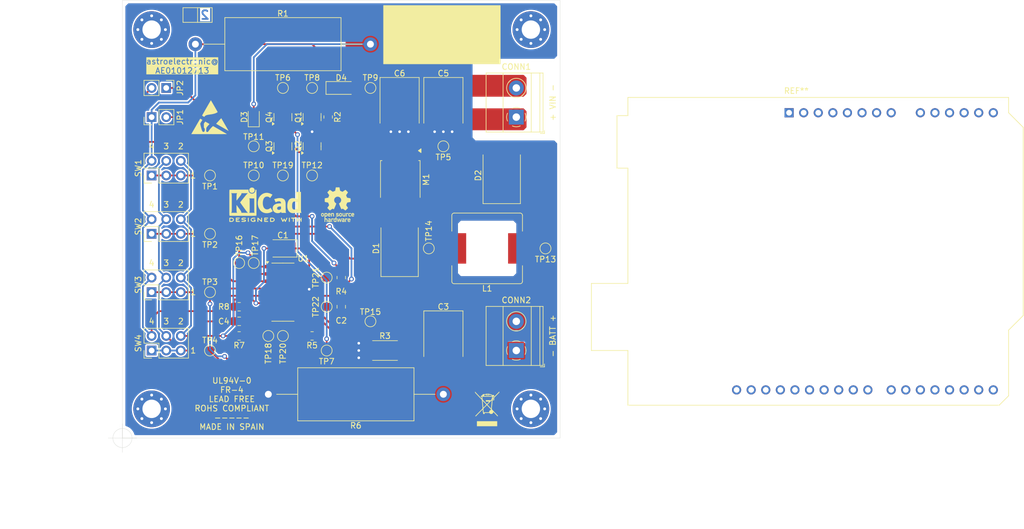
<source format=kicad_pcb>
(kicad_pcb (version 20240108) (generator "pcbnew") (generator_version "8.0")
  (layers (0 "F.Cu" signal) (31 "B.Cu" signal) (34 "B.Paste" user) (35 "F.Paste" user) (36 "B.SilkS" user "B.Silkscreen") (37 "F.SilkS" user "F.Silkscreen") (38 "B.Mask" user) (39 "F.Mask" user) (44 "Edge.Cuts" user))
  (net 0 "")
  (net 1 "GND")
  (net 2 "/BATT+")
  (net 3 "/BATT-")
  (net 4 "/REF")
  (net 5 "/VIN")
  (net 6 "/PGM0")
  (net 7 "/PGM1")
  (net 8 "/PGM2")
  (net 9 "/PGM3")
  (net 10 "/TEMP")
  (net 11 "/CC")
  (net 12 "/V+")
  (net 13 "/DRV")
  (net 14 "/LED")
  (net 15 "/~{FASTCHG}")
  (net 16 "Net-(D1-A)")
  (net 17 "Net-(D2-K)")
  (net 18 "Net-(Q3-B)")
  (net 19 "Net-(Q1-B)")
  (net 20 "Net-(M1-G)")
  (net 21 "Net-(Q3-E)")
  (net 22 "Net-(Q4-E)")
  (footprint "Capacitor_SMD:C_0805_2012Metric" (layer "F.Cu") (at 151.13 110.744 -90)
    (property "Reference" "C2")
    (property "Value" "220pF/50V")
  )
  (footprint "Package_TO_SOT_SMD:SOT-23" (layer "F.Cu") (at 146.05 82.804 90)
    (property "Reference" "Q2")
    (property "Value" "MMBT2907ALT1")
  )
  (footprint "Capacitor_Tantalum_SMD:CP_EIA-7260-38_AVX-R" (layer "F.Cu") (at 168.91 75.184 -90)
    (property "Reference" "C5")
    (property "Value" "10uF/50V")
  )
  (footprint "Package_TO_SOT_SMD:SOT-23" (layer "F.Cu") (at 140.97 82.804 90)
    (property "Reference" "Q3")
    (property "Value" "CMPTA06")
  )
  (footprint "Resistor_SMD:R_0805_2012Metric" (layer "F.Cu") (at 151.13 105.664 -90)
    (property "Reference" "R4")
    (property "Value" "1.5K")
  )
  (footprint "TestPoint:TestPoint_Pad_D1.5mm" (layer "F.Cu") (at 140.97 87.884)
    (property "Reference" "TP19")
    (property "Value" "TestPoint")
  )
  (footprint "MountingHole:MountingHole_3.2mm_M3_Pad_Via" (layer "F.Cu") (at 184.15 128.524)
    (property "Reference" "H3" (hide yes))
    (property "Value" "M3" (hide yes))
  )
  (footprint "Symbol:ESD-Logo_6.6x6mm_SilkScreen" (layer "F.Cu") (at 128.27 77.724)
    (property "Reference" "LOGO1" (hide yes))
    (property "Value" "SYM_ESD_Small" (hide yes))
  )
  (footprint "TestPoint:TestPoint_Pad_D1.5mm" (layer "F.Cu") (at 135.89 87.884)
    (property "Reference" "TP10")
    (property "Value" "TestPoint")
  )
  (footprint "Package_TO_SOT_SMD:TO-252-2" (layer "F.Cu") (at 161.411 88.606 -90)
    (property "Reference" "M1")
    (property "Value" "IRFR9024")
  )
  (footprint "TestPoint:TestPoint_Pad_D1.5mm" (layer "F.Cu") (at 156.21 113.284)
    (property "Reference" "TP15")
    (property "Value" "TestPoint")
  )
  (footprint "MountingHole:MountingHole_3.2mm_M3_Pad_Via" (layer "F.Cu") (at 118.11 62.484)
    (property "Reference" "H1" (hide yes))
    (property "Value" "M3" (hide yes))
  )
  (footprint "Inductor_SMD:L_Bourns_SRR1210A" (layer "F.Cu") (at 176.53 100.584 180)
    (property "Reference" "L1")
    (property "Value" "220uH/1.7A")
  )
  (footprint "TestPoint:TestPoint_Pad_D1.5mm" (layer "F.Cu") (at 186.69 100.584)
    (property "Reference" "TP13")
    (property "Value" "TestPoint")
  )
  (footprint "MountingHole:MountingHole_3.2mm_M3_Pad_Via" (layer "F.Cu") (at 184.15 62.484)
    (property "Reference" "H4" (hide yes))
    (property "Value" "M3" (hide yes))
  )
  (footprint "Fiducial:Fiducial_1mm_Mask2mm" (layer "F.Cu") (at 180.594 124.714)
    (property "Reference" "FID3" (hide yes))
    (property "Value" "Fiducial" (hide yes))
  )
  (footprint "TestPoint:TestPoint_Pad_D1.5mm" (layer "F.Cu") (at 135.89 103.124)
    (property "Reference" "TP17")
    (property "Value" "TestPoint")
  )
  (footprint "Capacitor_Tantalum_SMD:CP_EIA-7260-38_AVX-R" (layer "F.Cu") (at 161.29 75.184 -90)
    (property "Reference" "C6")
    (property "Value" "10uF/50V")
  )
  (footprint "Resistor_SMD:R_2512_6332Metric" (layer "F.Cu") (at 158.75 118.364 180)
    (property "Reference" "R3")
    (property "Value" "0.25R")
  )
  (footprint "LED_SMD:LED_0805_2012Metric" (layer "F.Cu") (at 135.89 77.724 90)
    (property "Reference" "D3")
    (property "Value" "RED")
  )
  (footprint "Diode_SMD:D_SMC" (layer "F.Cu") (at 161.29 100.584 90)
    (property "Reference" "D1")
    (property "Value" "MBRS340T3")
  )
  (footprint "Diode_SMD:D_MiniMELF" (layer "F.Cu") (at 151.13 72.644)
    (property "Reference" "D4")
    (property "Value" "CCLHM080")
  )
  (footprint "Resistor_SMD:R_0805_2012Metric" (layer "F.Cu") (at 148.844 77.7005 -90)
    (property "Reference" "R2")
    (property "Value" "5.1K")
  )
  (footprint "TestPoint:TestPoint_Pad_D1.5mm" (layer "F.Cu") (at 146.05 72.644)
    (property "Reference" "TP8")
    (property "Value" "TestPoint")
  )
  (footprint "Package_SO:SOIC-16_3.9x9.9mm_P1.27mm" (layer "F.Cu") (at 140.97 108.204)
    (property "Reference" "U1")
    (property "Value" "MAX713CSE")
  )
  (footprint "TestPoint:TestPoint_Pad_D1.5mm" (layer "F.Cu") (at 138.43 115.824 90)
    (property "Reference" "TP18")
    (property "Value" "TestPoint")
  )
  (footprint "Fiducial:Fiducial_1mm_Mask2mm" (layer "F.Cu") (at 123.19 131.064)
    (property "Reference" "FID1" (hide yes))
    (property "Value" "Fiducial" (hide yes))
  )
  (footprint "TestPoint:TestPoint_Pad_D1.5mm" (layer "F.Cu") (at 156.21 72.644)
    (property "Reference" "TP9")
    (property "Value" "TestPoint")
  )
  (footprint "Capacitor_SMD:C_0805_2012Metric" (layer "F.Cu") (at 133.35 113.284 180)
    (property "Reference" "C4")
    (property "Value" "100nF/50V")
  )
  (footprint "TestPoint:TestPoint_Pad_D1.5mm" (layer "F.Cu") (at 148.59 118.364 -90)
    (property "Reference" "TP7")
    (property "Value" "TestPoint")
  )
  (footprint "Connector_PinHeader_2.54mm:PinHeader_1x02_P2.54mm_Vertical" (layer "F.Cu") (at 118.11 77.724 90)
    (property "Reference" "JP1")
    (property "Value" "Jumper")
  )
  (footprint "TestPoint:TestPoint_Pad_D1.5mm" (layer "F.Cu") (at 148.59 110.744 90)
    (property "Reference" "TP22")
    (property "Value" "TestPoint")
  )
  (footprint "Package_TO_SOT_SMD:SOT-23" (layer "F.Cu") (at 140.97 77.724 90)
    (property "Reference" "Q4")
    (property "Value" "CMPTA06")
  )
  (footprint "MountingHole:MountingHole_3.2mm_M3_Pad_Via" (layer "F.Cu") (at 118.11 128.524)
    (property "Reference" "H2" (hide yes))
    (property "Value" "M3" (hide yes))
  )
  (footprint "TerminalBlock_Phoenix:TerminalBlock_Phoenix_MKDS-1,5-2-5.08_1x02_P5.08mm_Horizontal" (layer "F.Cu") (at 181.61 118.364 90)
    (property "Reference" "CONN2")
    (property "Value" "BATT")
  )
  (footprint "Connector_PinHeader_2.54mm:PinHeader_2x03_P2.54mm_Vertical" (layer "F.Cu") (at 118.11 108.204 90)
    (property "Reference" "SW3")
    (property "Value" "SW3")
  )
  (footprint "Connector_PinHeader_2.54mm:PinHeader_1x02_P2.54mm_Vertical" (layer "F.Cu") (at 120.65 72.644 -90)
    (property "Reference" "JP2")
    (property "Value" "Jumper")
  )
  (footprint "Diode_SMD:D_SMC" (layer "F.Cu") (at 179.07 87.884 90)
    (property "Reference" "D2")
    (property "Value" "MBRS340T3")
  )
  (footprint "TestPoint:TestPoint_Pad_D1.5mm" (layer "F.Cu") (at 140.97 115.824 -90)
    (property "Reference" "TP20")
    (property "Value" "TestPoint")
  )
  (footprint "Connector_PinHeader_2.54mm:PinHeader_2x03_P2.54mm_Vertical" (layer "F.Cu") (at 118.11 98.044 90)
    (property "Reference" "SW2")
    (property "Value" "SW2")
  )
  (footprint "TestPoint:TestPoint_Pad_D1.5mm" (layer "F.Cu") (at 128.27 98.044 180)
    (property "Reference" "TP2")
    (property "Value" "TestPoint")
  )
  (footprint "TestPoint:TestPoint_Pad_D1.5mm" (layer "F.Cu") (at 166.37 100.584 -90)
    (property "Reference" "TP14")
    (property "Value" "TestPoint")
  )
  (footprint "Resistor_SMD:R_0805_2012Metric" (layer "F.Cu") (at 146.05 115.824)
    (property "Reference" "R5")
    (property "Value" "470R")
  )
  (footprint "TestPoint:TestPoint_Pad_D1.5mm" (layer "F.Cu") (at 133.35 103.124 180)
    (property "Reference" "TP16")
    (property "Value" "TestPoint")
  )
  (footprint "TestPoint:TestPoint_Pad_D1.5mm" (layer "F.Cu") (at 135.89 82.804)
    (property "Reference" "TP11")
    (property "Value" "TestPoint")
  )
  (footprint "Resistor_SMD:R_0805_2012Metric" (layer "F.Cu") (at 133.35 115.824)
    (property "Reference" "R7")
    (property "Value" "68.1K")
  )
  (footprint "Fiducial:Fiducial_1mm_Mask2mm" (layer "F.Cu") (at 115.57 67.564)
    (property "Reference" "FID2" (hide yes))
    (property "Value" "Fiducial" (hide yes))
  )
  (footprint "Connector_PinHeader_2.54mm:PinHeader_2x03_P2.54mm_Vertical" (layer "F.Cu") (at 118.11 87.884 90)
    (property "Reference" "SW1")
    (property "Value" "SW1")
  )
  (footprint "Capacitor_Tantalum_SMD:CP_EIA-3528-21_Kemet-B" (layer "F.Cu") (at 140.97 100.584 180)
    (property "Reference" "C1")
    (property "Value" "1uF/10V")
  )
  (footprint "TestPoint:TestPoint_Pad_D1.5mm" (layer "F.Cu") (at 128.27 87.884 180)
    (property "Reference" "TP1")
    (property "Value" "TestPoint")
  )
  (footprint "TerminalBlock_Phoenix:TerminalBlock_Phoenix_MKDS-1,5-2-5.08_1x02_P5.08mm_Horizontal" (layer "F.Cu") (at 181.61 77.724 90)
    (property "Reference" "CONN1")
    (property "Value" "VIN")
  )
  (footprint "TestPoint:TestPoint_Pad_D1.5mm" (layer "F.Cu") (at 128.27 108.204)
    (property "Reference" "TP3")
    (property "Value" "TestPoint")
  )
  (footprint "Capacitor_Tantalum_SMD:CP_EIA-7260-38_AVX-R" (layer "F.Cu") (at 168.91 115.824 -90)
    (property "Reference" "C3")
    (property "Value" "10uF/50V")
  )
  (footprint "TestPoint:TestPoint_Pad_D1.5mm" (layer "F.Cu") (at 168.91 82.804 180)
    (property "Reference" "TP5")
    (property "Value" "TestPoint")
  )
  (footprint "Symbol:KiCad-Logo2_5mm_SilkScreen" (layer "F.Cu") (at 137.922 92.964)
    (property "Reference" "LOGO4" (hide yes))
    (property "Value" "KICAD" (hide yes))
  )
  (footprint "Symbol:WEEE-Logo_4.2x6mm_SilkScreen" (layer "F.Cu") (at 176.53 128.524)
    (property "Reference" "LOGO3" (hide yes))
    (property "Value" "WEEE" (hide yes))
  )
  (footprint "TestPoint:TestPoint_Pad_D1.5mm" (layer "F.Cu") (at 128.27 118.364)
    (property "Reference" "TP4")
    (property "Value" "TestPoint")
  )
  (footprint "Symbol:OSHW-Logo_5.7x6mm_SilkScreen" (layer "F.Cu") (at 150.495 92.964)
    (property "Reference" "LOGO2" (hide yes))
    (property "Value" "Logo_Open_Hardware_Small" (hide yes))
  )
  (footprint "Resistor_THT:R_Axial_DIN0922_L20.0mm_D9.0mm_P30.48mm_Horizontal" (layer "F.Cu") (at 156.21 65.024 180)
    (property "Reference" "R1")
    (property "Value" "DNP")
  )
  (footprint "TestPoint:TestPoint_Pad_D1.5mm" (layer "F.Cu") (at 146.05 87.884)
    (property "Reference" "TP12")
    (property "Value" "TestPoint")
  )
  (footprint "Resistor_SMD:R_0805_2012Metric" (layer "F.Cu") (at 133.35 110.744 180)
    (property "Reference" "R8")
    (property "Value" "22.1K")
  )
  (footprint "TestPoint:TestPoint_Pad_D1.5mm" (layer "F.Cu") (at 148.59 105.664 90)
    (property "Reference" "TP21")
    (property "Value" "TestPoint")
  )
  (footprint "TestPoint:TestPoint_Pad_D1.5mm" (layer "F.Cu") (at 140.97 72.644)
    (property "Reference" "TP6")
    (property "Value" "TestPoint")
  )
  (footprint "Resistor_THT:R_Axial_DIN0922_L20.0mm_D9.0mm_P30.48mm_Horizontal" (layer "F.Cu") (at 168.91 125.984 180)
    (property "Reference" "R6")
    (property "Value" "DNP")
  )
  (footprint "Connector_PinHeader_2.54mm:PinHeader_2x03_P2.54mm_Vertical" (layer "F.Cu") (at 118.11 118.364 90)
    (property "Reference" "SW4")
    (property "Value" "SW4")
  )
  (footprint "Module:Arduino_UNO_R3_WithMountingHoles" (layer "F.Cu") (at 229.108 76.962)
    (property "Reference" "REF**")
    (property "Value" "Arduino_UNO_R3_WithMountingHoles")
  )
  (footprint "Package_TO_SOT_SMD:SOT-23" (layer "F.Cu") (at 146.05 77.724 90)
    (property "Reference" "Q1")
    (property "Value" "CMPTA06")
  )
  (gr_line (start 126.111 58.674) (end 126.111 61.214) (stroke (width 0.12)) (layer "F.SilkS"))
  (gr_line (start 126.111 61.214) (end 123.571 61.214) (stroke (width 0.12)) (layer "F.SilkS"))
  (gr_line (start 128.651 61.214) (end 128.651 58.674) (stroke (width 0.12)) (layer "F.SilkS"))
  (gr_poly (pts (xy 178.816 68.453) (xy 158.496 68.453) (xy 158.496 58.293) (xy 178.816 58.293)) (stroke (width 0.1)) (fill solid) (layer "F.SilkS"))
  (gr_line (start 126.111 61.214) (end 128.651 61.214) (stroke (width 0.12)) (layer "F.SilkS"))
  (gr_line (start 123.571 58.674) (end 126.111 58.674) (stroke (width 0.12)) (layer "F.SilkS"))
  (gr_line (start 128.651 58.674) (end 126.111 58.674) (stroke (width 0.12)) (layer "F.SilkS"))
  (gr_line (start 123.571 61.214) (end 123.571 58.674) (stroke (width 0.12)) (layer "F.SilkS"))
  (gr_line (start 189.23 57.404) (end 113.03 57.404) (stroke (width 0.05)) (layer "Edge.Cuts"))
  (gr_line (start 113.03 133.604) (end 189.23 133.604) (stroke (width 0.05)) (layer "Edge.Cuts"))
  (gr_line (start 113.03 57.404) (end 113.03 133.604) (stroke (width 0.05)) (layer "Edge.Cuts"))
  (gr_line (start 189.23 133.604) (end 189.23 57.404) (stroke (width 0.05)) (layer "Edge.Cuts"))
  (gr_text "1" (at 124.841 59.944 0) (layer "F.Cu") (effects (font (size 1.5 1.5) (thickness 0.3))))
  (gr_text "2" (at 127.381 59.944 0) (layer "B.Cu") (effects (font (size 1.5 1.5) (thickness 0.3)) (justify mirror)))
  (gr_text "2" (at 123.19 82.804 0) (layer "F.SilkS") (effects (font (size 1 1))))
  (gr_text "1" (at 125.349 87.884 0) (layer "F.SilkS") (effects (font (size 1 1))))
  (gr_text "2" (at 123.19 113.284 0) (layer "F.SilkS") (effects (font (size 1 1))))
  (gr_text "3" (at 120.65 92.964 0) (layer "F.SilkS") (effects (font (size 1 1))))
  (gr_text "UL94V-0\nFR-4\nLEAD FREE\nROHS COMPLIANT\n-----\nMADE IN SPAIN" (at 132.08 127.635 0) (layer "F.SilkS") (effects (font (size 1 1))))
  (gr_text "1" (at 125.349 118.364 0) (layer "F.SilkS") (effects (font (size 1 1))))
  (gr_text "2" (at 123.19 92.964 0) (layer "F.SilkS") (effects (font (size 1 1))))
  (gr_text "4" (at 118.11 82.804 0) (layer "F.SilkS") (effects (font (size 1 1))))
  (gr_text "- BATT +" (at 187.96 115.824 90) (layer "F.SilkS") (effects (font (size 1 1))))
  (gr_text "3" (at 120.65 82.804 0) (layer "F.SilkS") (effects (font (size 1 1))))
  (gr_text "3" (at 120.65 103.124 0) (layer "F.SilkS") (effects (font (size 1 1))))
  (gr_text "1" (at 125.349 98.044 0) (layer "F.SilkS") (effects (font (size 1 1))))
  (gr_text "1" (at 125.349 108.204 0) (layer "F.SilkS") (effects (font (size 1 1))))
  (gr_text "4" (at 118.11 113.284 0) (layer "F.SilkS") (effects (font (size 1 1))))
  (gr_text "4" (at 118.11 103.124 0) (layer "F.SilkS") (effects (font (size 1 1))))
  (gr_text "2" (at 123.19 103.124 0) (layer "F.SilkS") (effects (font (size 1 1))))
  (gr_text "astroelectronic@\nAE01012713" (at 123.444 68.834 0) (layer "F.SilkS" knockout) (effects (font (size 1 1))))
  (gr_text "3" (at 120.65 113.284 0) (layer "F.SilkS") (effects (font (size 1 1))))
  (gr_text "+ VIN -" (at 187.96 75.184 90) (layer "F.SilkS") (effects (font (size 1 1))))
  (gr_text "4" (at 118.11 92.964 0) (layer "F.SilkS") (effects (font (size 1 1))))
  (target plus (at 113.03 133.604) (size 5) (width 0.05) (layer "Edge.Cuts"))
  (segment (start 145.415 107.569) (end 145.542 107.696) (width 0.3048) (layer "F.Cu") (net 1))
  (segment (start 143.445 107.569) (end 145.415 107.569) (width 0.3048) (layer "F.Cu") (net 1))
  (segment (start 146.05 81.804) (end 146.05 80.264) (width 0.3048) (layer "F.Cu") (net 1))
  (via (at 146.05 80.264) (size 0.8128) (drill 0.4572) (layers "F.Cu" "B.Cu") (net 1))
  (via (at 162.814 80.264) (size 0.8128) (drill 0.4572) (layers "F.Cu" "B.Cu") (net 1))
  (via (at 168.91 80.264) (size 0.8128) (drill 0.4572) (layers "F.Cu" "B.Cu") (net 1))
  (via (at 159.766 80.264) (size 0.8128) (drill 0.4572) (layers "F.Cu" "B.Cu") (net 1))
  (via (at 154.178 119.634) (size 0.8128) (drill 0.4572) (layers "F.Cu" "B.Cu") (net 1))
  (via (at 167.386 80.264) (size 0.8128) (drill 0.4572) (layers "F.Cu" "B.Cu") (net 1))
  (via (at 170.434 80.264) (size 0.8128) (drill 0.4572) (layers "F.Cu" "B.Cu") (net 1))
  (via (at 161.29 80.264) (size 0.8128) (drill 0.4572) (layers "F.Cu" "B.Cu") (net 1))
  (via (at 145.542 107.696) (size 0.8128) (drill 0.4572) (layers "F.Cu" "B.Cu") (net 1))
  (via (at 154.178 118.364) (size 0.8128) (drill 0.4572) (layers "F.Cu" "B.Cu") (net 1))
  (via (at 154.178 117.094) (size 0.8128) (drill 0.4572) (layers "F.Cu" "B.Cu") (net 1))
  (segment (start 133.35 103.124) (end 133.35 100.838) (width 0.3048) (layer "F.Cu") (net 2))
  (segment (start 133.35 104.648) (end 133.35 103.124) (width 0.3048) (layer "F.Cu") (net 2))
  (segment (start 138.495 105.029) (end 133.731 105.029) (width 0.3048) (layer "F.Cu") (net 2))
  (segment (start 168.6 113.284) (end 168.91 112.974) (width 0.25) (layer "F.Cu") (net 2))
  (segment (start 133.35 100.838) (end 136.144 98.044) (width 0.3048) (layer "F.Cu") (net 2))
  (segment (start 148.336 98.044) (end 152.654 102.362) (width 0.3048) (layer "F.Cu") (net 2))
  (segment (start 152.654 102.362) (end 159.668 102.362) (width 0.3048) (layer "F.Cu") (net 2))
  (segment (start 133.731 105.029) (end 133.35 104.648) (width 0.3048) (layer "F.Cu") (net 2))
  (segment (start 136.144 98.044) (end 148.336 98.044) (width 0.3048) (layer "F.Cu") (net 2))
  (segment (start 159.668 102.362) (end 161.29 103.984) (width 0.3048) (layer "F.Cu") (net 2))
  (segment (start 151.13 109.794) (end 155.006 109.794) (width 0.3048) (layer "F.Cu") (net 3))
  (segment (start 156.21 114.554) (end 157.48 115.824) (width 0.3048) (layer "F.Cu") (net 3))
  (segment (start 136.271 110.109) (end 135.636 109.474) (width 0.3048) (layer "F.Cu") (net 3))
  (segment (start 127.254 113.284) (end 124.714 115.824) (width 0.3048) (layer "F.Cu") (net 3))
  (segment (start 132.4 113.284) (end 132.4 110.7815) (width 0.3048) (layer "F.Cu") (net 3))
  (segment (start 159.1725 115.824) (end 161.7125 118.364) (width 0.3048) (layer "F.Cu") (net 3))
  (segment (start 138.495 110.109) (end 140.335 110.109) (width 0.3048) (layer "F.Cu") (net 3))
  (segment (start 135.636 109.474) (end 132.588 109.474) (width 0.3048) (layer "F.Cu") (net 3))
  (segment (start 132.588 109.474) (end 132.4375 109.6245) (width 0.3048) (layer "F.Cu") (net 3))
  (segment (start 155.006 109.794) (end 156.21 110.998) (width 0.3048) (layer "F.Cu") (net 3))
  (segment (start 124.714 115.824) (end 123.19 115.824) (width 0.3048) (layer "F.Cu") (net 3))
  (segment (start 141.605 108.839) (end 143.445 108.839) (width 0.3048) (layer "F.Cu") (net 3))
  (segment (start 132.4 113.284) (end 127.254 113.284) (width 0.3048) (layer "F.Cu") (net 3))
  (segment (start 143.445 108.839) (end 150.175 108.839) (width 0.3048) (layer "F.Cu") (net 3))
  (segment (start 137.668 100.584) (end 139.4325 100.584) (width 0.3048) (layer "F.Cu") (net 3))
  (segment (start 132.4 110.7815) (end 132.4375 110.744) (width 0.3048) (layer "F.Cu") (net 3))
  (segment (start 132.4375 109.6245) (end 132.4375 110.744) (width 0.3048) (layer "F.Cu") (net 3))
  (segment (start 156.21 113.284) (end 156.21 114.554) (width 0.3048) (layer "F.Cu") (net 3))
  (segment (start 156.21 110.998) (end 156.21 113.284) (width 0.3048) (layer "F.Cu") (net 3))
  (segment (start 157.48 115.824) (end 159.1725 115.824) (width 0.3048) (layer "F.Cu") (net 3))
  (segment (start 138.495 110.109) (end 136.271 110.109) (width 0.3048) (layer "F.Cu") (net 3))
  (segment (start 140.335 110.109) (end 141.605 108.839) (width 0.3048) (layer "F.Cu") (net 3))
  (segment (start 150.175 108.839) (end 151.13 109.794) (width 0.3048) (layer "F.Cu") (net 3))
  (via (at 137.668 100.584) (size 0.8128) (drill 0.4572) (layers "F.Cu" "B.Cu") (net 3))
  (via (at 136.271 110.109) (size 0.8128) (drill 0.4572) (layers "F.Cu" "B.Cu") (net 3))
  (segment (start 124.968 114.046) (end 124.968 107.442) (width 0.3048) (layer "B.Cu") (net 3))
  (segment (start 123.19 95.504) (end 124.968 97.282) (width 0.3048) (layer "B.Cu") (net 3))
  (segment (start 124.968 97.282) (end 124.968 103.886) (width 0.3048) (layer "B.Cu") (net 3))
  (segment (start 124.968 93.726) (end 124.968 87.122) (width 0.3048) (layer "B.Cu") (net 3))
  (segment (start 123.19 95.504) (end 124.968 93.726) (width 0.3048) (layer "B.Cu") (net 3))
  (segment (start 124.968 107.442) (end 123.19 105.664) (width 0.3048) (layer "B.Cu") (net 3))
  (segment (start 124.968 103.886) (end 123.19 105.664) (width 0.3048) (layer "B.Cu") (net 3))
  (segment (start 123.19 115.824) (end 124.968 114.046) (width 0.3048) (layer "B.Cu") (net 3))
  (segment (start 136.271 107.823) (end 137.668 106.426) (width 0.3048) (layer "B.Cu") (net 3))
  (segment (start 124.968 87.122) (end 123.19 85.344) (width 0.3048) (layer "B.Cu") (net 3))
  (segment (start 137.668 106.426) (end 137.668 100.584) (width 0.3048) (layer "B.Cu") (net 3))
  (segment (start 136.271 110.109) (end 136.271 107.823) (width 0.3048) (layer "B.Cu") (net 3))
  (segment (start 135.89 103.124) (end 135.89 102.362) (width 0.3048) (layer "F.Cu") (net 4))
  (segment (start 121.92 117.094) (end 126.238 117.094) (width 0.3048) (layer "F.Cu") (net 4))
  (segment (start 138.495 103.759) (end 136.525 103.759) (width 0.3048) (layer "F.Cu") (net 4))
  (segment (start 127.508 115.824) (end 130.556 115.824) (width 0.3048) (layer "F.Cu") (net 4))
  (segment (start 130.556 115.824) (end 132.4375 115.824) (width 0.3048) (layer "F.Cu") (net 4))
  (segment (start 135.89 102.362) (end 134.874 101.346) (width 0.3048) (layer "F.Cu") (net 4))
  (segment (start 136.525 103.759) (end 135.89 103.124) (width 0.3048) (layer "F.Cu") (net 4))
  (segment (start 126.238 117.094) (end 127.508 115.824) (width 0.3048) (layer "F.Cu") (net 4))
  (segment (start 120.65 115.824) (end 121.92 117.094) (width 0.3048) (layer "F.Cu") (net 4))
  (segment (start 143.445 103.759) (end 138.495 103.759) (width 0.3048) (layer "F.Cu") (net 4))
  (segment (start 132.4375 115.1465) (end 134.3 113.284) (width 0.3048) (layer "F.Cu") (net 4))
  (segment (start 132.4375 115.824) (end 132.4375 115.1465) (width 0.3048) (layer "F.Cu") (net 4))
  (via (at 134.874 101.346) (size 0.8128) (drill 0.4572) (layers "F.Cu" "B.Cu") (net 4))
  (via (at 130.556 115.824) (size 0.8128) (drill 0.4572) (layers "F.Cu" "B.Cu") (net 4))
  (segment (start 119.38 104.394) (end 120.65 105.664) (width 0.3048) (layer "B.Cu") (net 4))
  (segment (start 119.38 94.234) (end 120.65 95.504) (width 0.3048) (layer "B.Cu") (net 4))
  (segment (start 119.38 86.614) (end 119.38 94.234) (width 0.3048) (layer "B.Cu") (net 4))
  (segment (start 133.35 101.346) (end 134.874 101.346) (width 0.3048) (layer "B.Cu") (net 4))
  (segment (start 132.334 114.046) (end 132.334 102.362) (width 0.3048) (layer "B.Cu") (net 4))
  (segment (start 120.65 105.664) (end 119.38 106.934) (width 0.3048) (layer "B.Cu") (net 4))
  (segment (start 119.38 106.934) (end 119.38 114.554) (width 0.3048) (layer "B.Cu") (net 4))
  (segment (start 132.334 102.362) (end 133.35 101.346) (width 0.3048) (layer "B.Cu") (net 4))
  (segment (start 119.38 114.554) (end 120.65 115.824) (width 0.3048) (layer "B.Cu") (net 4))
  (segment (start 119.38 96.774) (end 119.38 104.394) (width 0.3048) (layer "B.Cu") (net 4))
  (segment (start 120.65 95.504) (end 119.38 96.774) (width 0.3048) (layer "B.Cu") (net 4))
  (segment (start 120.65 85.344) (end 119.38 86.614) (width 0.3048) (layer "B.Cu") (net 4))
  (segment (start 130.556 115.824) (end 132.334 114.046) (width 0.3048) (layer "B.Cu") (net 4))
  (segment (start 146.05 75.438) (end 146.558 74.93) (width 0.3048) (layer "F.Cu") (net 5))
  (segment (start 152.88 75.927) (end 152.019 76.788) (width 0.3048) (layer "F.Cu") (net 5))
  (segment (start 135.89 76.7865) (end 135.89 75.438) (width 0.3048) (layer "F.Cu") (net 5))
  (segment (start 148.844 75.438) (end 148.844 76.788) (width 0.3048) (layer "F.Cu") (net 5))
  (segment (start 148.336 74.93) (end 148.844 75.438) (width 0.3048) (layer "F.Cu") (net 5))
  (segment (start 152.88 72.644) (end 152.88 75.927) (width 0.3048) (layer "F.Cu") (net 5))
  (segment (start 148.844 76.788) (end 152.019 76.788) (width 0.3048) (layer "F.Cu") (net 5))
  (segment (start 146.05 76.724) (end 146.05 75.438) (width 0.3048) (layer "F.Cu") (net 5))
  (segment (start 146.558 74.93) (end 148.336 74.93) (width 0.3048) (layer "F.Cu") (net 5))
  (via (at 135.89 75.438) (size 0.8128) (drill 0.4572) (layers "F.Cu" "B.Cu") (net 5))
  (segment (start 135.89 67.31) (end 135.89 75.438) (width 0.3048) (layer "B.Cu") (net 5))
  (segment (start 138.176 65.024) (end 135.89 67.31) (width 0.3048) (layer "B.Cu") (net 5))
  (segment (start 156.21 65.024) (end 138.176 65.024) (width 0.3048) (layer "B.Cu") (net 5))
  (segment (start 130.556 90.17) (end 128.27 87.884) (width 0.3048) (layer "F.Cu") (net 6))
  (segment (start 138.495 106.299) (end 132.207 106.299) (width 0.3048) (layer "F.Cu") (net 6))
  (segment (start 132.207 106.299) (end 130.556 104.648) (width 0.3048) (layer "F.Cu") (net 6))
  (segment (start 130.556 104.648) (end 130.556 90.17) (width 0.3048) (layer "F.Cu") (net 6))
  (segment (start 118.11 87.884) (end 128.27 87.884) (width 0.3048) (layer "F.Cu") (net 6))
  (segment (start 129.54 100.37466) (end 128.27 99.10466) (width 0.3048) (layer "F.Cu") (net 7))
  (segment (start 138.495 107.569) (end 131.85288 107.569) (width 0.3048) (layer "F.Cu") (net 7))
  (segment (start 128.27 99.10466) (end 128.27 98.044) (width 0.3048) (layer "F.Cu") (net 7))
  (segment (start 128.27 98.044) (end 123.19 98.044) (width 0.3048) (layer "F.Cu") (net 7))
  (segment (start 129.54 105.25612) (end 129.54 100.37466) (width 0.3048) (layer "F.Cu") (net 7))
  (segment (start 123.19 98.044) (end 120.65 98.044) (width 0.3048) (layer "F.Cu") (net 7))
  (segment (start 120.65 98.044) (end 118.11 98.044) (width 0.3048) (layer "F.Cu") (net 7))
  (segment (start 131.85288 107.569) (end 129.54 105.25612) (width 0.3048) (layer "F.Cu") (net 7))
  (segment (start 149.352 119.888) (end 150.114 119.126) (width 0.3048) (layer "F.Cu") (net 8))
  (segment (start 150.114 115.57) (end 147.193 112.649) (width 0.3048) (layer "F.Cu") (net 8))
  (segment (start 132.842 119.888) (end 131.318 119.888) (width 0.3048) (layer "F.Cu") (net 8))
  (segment (start 123.19 108.204) (end 120.65 108.204) (width 0.3048) (layer "F.Cu") (net 8))
  (segment (start 131.318 119.888) (end 130.81 119.38) (width 0.3048) (layer "F.Cu") (net 8))
  (segment (start 147.193 112.649) (end 143.445 112.649) (width 0.3048) (layer "F.Cu") (net 8))
  (segment (start 120.65 108.204) (end 118.11 108.204) (width 0.3048) (layer "F.Cu") (net 8))
  (segment (start 132.842 119.888) (end 149.352 119.888) (width 0.3048) (layer "F.Cu") (net 8))
  (segment (start 128.27 108.204) (end 123.19 108.204) (width 0.3048) (layer "F.Cu") (net 8))
  (segment (start 150.114 119.126) (end 150.114 115.57) (width 0.3048) (layer "F.Cu") (net 8))
  (segment (start 128.27 108.204) (end 128.27 110.236) (width 0.3048) (layer "F.Cu") (net 8))
  (via (at 130.81 119.38) (size 0.8128) (drill 0.4572) (layers "F.Cu" "B.Cu") (net 8))
  (via (at 128.27 110.236) (size 0.8128) (drill 0.4572) (layers "F.Cu" "B.Cu") (net 8))
  (segment (start 128.27 118.11) (end 128.27 110.236) (width 0.3048) (layer "B.Cu") (net 8))
  (segment (start 129.54 119.38) (end 128.27 118.11) (width 0.3048) (layer "B.Cu") (net 8))
  (segment (start 130.81 119.38) (end 129.54 119.38) (width 0.3048) (layer "B.Cu") (net 8))
  (segment (start 150.876 115.316) (end 146.939 111.379) (width 0.3048) (layer "F.Cu") (net 9))
  (segment (start 130.556 120.65) (end 149.606 120.65) (width 0.3048) (layer "F.Cu") (net 9))
  (segment (start 150.876 119.38) (end 150.876 115.316) (width 0.3048) (layer "F.Cu") (net 9))
  (segment (start 146.939 111.379) (end 143.445 111.379) (width 0.3048) (layer "F.Cu") (net 9))
  (segment (start 128.27 118.364) (end 130.556 120.65) (width 0.3048) (layer "F.Cu") (net 9))
  (segment (start 149.606 120.65) (end 150.876 119.38) (width 0.3048) (layer "F.Cu") (net 9))
  (segment (start 128.27 118.364) (end 123.19 118.364) (width 0.3048) (layer "F.Cu") (net 9))
  (segment (start 123.19 118.364) (end 120.65 118.364) (width 0.3048) (layer "B.Cu") (net 9))
  (segment (start 120.65 118.364) (end 118.11 118.364) (width 0.3048) (layer "B.Cu") (net 9))
  (segment (start 136.271 111.379) (end 135.636 110.744) (width 0.25) (layer "F.Cu") (net 10))
  (segment (start 134.62 110.744) (end 136.779 112.903) (width 0.25) (layer "F.Cu") (net 10))
  (segment (start 136.779 112.903) (end 136.779 114.173) (width 0.25) (layer "F.Cu") (net 10))
  (segment (start 138.43 115.824) (end 136.779 114.173) (width 0.25) (layer "F.Cu") (net 10))
  (segment (start 134.2625 110.744) (end 134.62 110.744) (width 0.25) (layer "F.Cu") (net 10))
  (segment (start 138.43 115.824) (end 134.2625 115.824) (width 0.25) (layer "F.Cu") (net 10))
  (segment (start 138.495 111.379) (end 136.271 111.379) (width 0.25) (layer "F.Cu") (net 10))
  (segment (start 135.636 110.744) (end 134.2625 110.744) (width 0.25) (layer "F.Cu") (net 10))
  (segment (start 147.955 110.109) (end 148.59 110.744) (width 0.3048) (layer "F.Cu") (net 11))
  (segment (start 143.445 110.109) (end 147.955 110.109) (width 0.3048) (layer "F.Cu") (net 11))
  (segment (start 151.13 111.694) (end 149.54 111.694) (width 0.3048) (layer "F.Cu") (net 11))
  (segment (start 149.54 111.694) (end 148.59 110.744) (width 0.3048) (layer "F.Cu") (net 11))
  (segment (start 140.02 78.166) (end 140.462 77.724) (width 0.3048) (layer "F.Cu") (net 12))
  (segment (start 143.51 76.962) (end 143.51 73.406) (width 0.3048) (layer "F.Cu") (net 12))
  (segment (start 142.5075 100.584) (end 144.78 100.584) (width 0.3048) (layer "F.Cu") (net 12))
  (segment (start 140.335 108.839) (end 141.224 107.95) (width 0.3048) (layer "F.Cu") (net 12))
  (segment (start 141.224 105.664) (end 141.859 105.029) (width 0.3048) (layer "F.Cu") (net 12))
  (segment (start 128.778 111.506) (end 131.445 108.839) (width 0.3048) (layer "F.Cu") (net 12))
  (segment (start 145.542 104.648) (end 145.161 105.029) (width 0.3048) (layer "F.Cu") (net 12))
  (segment (start 146.05 65.024) (end 149.38 68.354) (width 0.3048) (layer "F.Cu") (net 12))
  (segment (start 145.542 101.346) (end 145.542 104.648) (width 0.3048) (layer "F.Cu") (net 12))
  (segment (start 125.73 65.024) (end 146.05 65.024) (width 0.3048) (layer "F.Cu") (net 12))
  (segment (start 138.495 108.839) (end 140.335 108.839) (width 0.3048) (layer "F.Cu") (net 12))
  (segment (start 141.224 107.95) (end 141.224 105.664) (width 0.3048) (layer "F.Cu") (net 12))
  (segment (start 143.51 73.406) (end 144.272 72.644) (width 0.3048) (layer "F.Cu") (net 12))
  (segment (start 145.161 105.029) (end 143.445 105.029) (width 0.3048) (layer "F.Cu") (net 12))
  (segment (start 144.78 100.584) (end 145.542 101.346) (width 0.3048) (layer "F.Cu") (net 12))
  (segment (start 140.462 77.724) (end 142.748 77.724) (width 0.3048) (layer "F.Cu") (net 12))
  (segment (start 118.11 115.824) (end 118.11 112.776) (width 0.3048) (layer "F.Cu") (net 12))
  (segment (start 131.445 108.839) (end 138.495 108.839) (width 0.3048) (layer "F.Cu") (net 12))
  (segment (start 144.272 72.644) (end 149.38 72.644) (width 0.3048) (layer "F.Cu") (net 12))
  (segment (start 149.38 68.354) (end 149.38 72.644) (width 0.3048) (layer "F.Cu") (net 12))
  (segment (start 140.02 78.724) (end 140.02 78.166) (width 0.3048) (layer "F.Cu") (net 12))
  (segment (start 141.859 105.029) (end 143.445 105.029) (width 0.3048) (layer "F.Cu") (net 12))
  (segment (start 118.11 112.776) (end 119.38 111.506) (width 0.3048) (layer "F.Cu") (net 12))
  (segment (start 142.748 77.724) (end 143.51 76.962) (width 0.3048) (layer "F.Cu") (net 12))
  (segment (start 119.38 111.506) (end 128.778 111.506) (width 0.3048) (layer "F.Cu") (net 12))
  (segment (start 118.11 77.724) (end 118.11 85.344) (width 0.3048) (layer "B.Cu") (net 12))
  (segment (start 118.11 95.504) (end 116.586 97.028) (width 0.3048) (layer "B.Cu") (net 12))
  (segment (start 125.73 73.914) (end 125.73 65.024) (width 0.3048) (layer "B.Cu") (net 12))
  (segment (start 118.11 77.724) (end 118.11 76.454) (width 0.3048) (layer "B.Cu") (net 12))
  (segment (start 118.11 76.454) (end 119.38 75.184) (width 0.3048) (layer "B.Cu") (net 12))
  (segment (start 119.38 75.184) (end 124.46 75.184) (width 0.3048) (layer "B.Cu") (net 12))
  (segment (start 116.586 114.3) (end 118.11 115.824) (width 0.3048) (layer "B.Cu") (net 12))
  (segment (start 116.586 97.028) (end 116.586 104.14) (width 0.3048) (layer "B.Cu") (net 12))
  (segment (start 116.586 107.188) (end 116.586 114.3) (width 0.3048) (layer "B.Cu") (net 12))
  (segment (start 118.11 105.664) (end 116.586 107.188) (width 0.3048) (layer "B.Cu") (net 12))
  (segment (start 116.586 93.98) (end 118.11 95.504) (width 0.3048) (layer "B.Cu") (net 12))
  (segment (start 118.11 85.344) (end 116.586 86.868) (width 0.3048) (layer "B.Cu") (net 12))
  (segment (start 124.46 75.184) (end 125.73 73.914) (width 0.3048) (layer "B.Cu") (net 12))
  (segment (start 116.586 104.14) (end 118.11 105.664) (width 0.3048) (layer "B.Cu") (net 12))
  (segment (start 116.586 86.868) (end 116.586 93.98) (width 0.3048) (layer "B.Cu") (net 12))
  (segment (start 146.812 105.664) (end 148.59 105.664) (width 0.3048) (layer "F.Cu") (net 13))
  (segment (start 146.177 106.299) (end 146.812 105.664) (width 0.3048) (layer "F.Cu") (net 13))
  (segment (start 115.57 75.184) (end 115.57 80.01) (width 0.3048) (layer "F.Cu") (net 13))
  (segment (start 151.13 106.5765) (end 152.2495 106.5765) (width 0.3048) (layer "F.Cu") (net 13))
  (segment (start 151.13 106.5765) (end 149.5025 106.5765) (width 0.3048) (layer "F.Cu") (net 13))
  (segment (start 143.445 106.299) (end 146.177 106.299) (width 0.3048) (layer "F.Cu") (net 13))
  (segment (start 152.2495 106.5765) (end 152.908 105.918) (width 0.3048) (layer "F.Cu") (net 13))
  (segment (start 117.602 82.042) (end 125.984 82.042) (width 0.3048) (layer "F.Cu") (net 13))
  (segment (start 140.716 96.774) (end 125.984 82.042) (width 0.3048) (layer "F.Cu") (net 13))
  (segment (start 115.57 80.01) (end 117.602 82.042) (width 0.3048) (layer "F.Cu") (net 13))
  (segment (start 149.5025 106.5765) (end 148.59 105.664) (width 0.3048) (layer "F.Cu") (net 13))
  (segment (start 118.11 72.644) (end 115.57 75.184) (width 0.3048) (layer "F.Cu") (net 13))
  (segment (start 149.098 96.774) (end 140.716 96.774) (width 0.3048) (layer "F.Cu") (net 13))
  (via (at 152.908 105.918) (size 0.8128) (drill 0.4572) (layers "F.Cu" "B.Cu") (net 13))
  (via (at 149.098 96.774) (size 0.8128) (drill 0.4572) (layers "F.Cu" "B.Cu") (net 13))
  (segment (start 152.908 105.918) (end 152.908 100.584) (width 0.3048) (layer "B.Cu") (net 13))
  (segment (start 152.908 100.584) (end 149.098 96.774) (width 0.3048) (layer "B.Cu") (net 13))
  (segment (start 140.97 76.724) (end 140.97 74.549) (width 0.3048) (layer "F.Cu") (net 14))
  (segment (start 137.2385 78.6615) (end 137.668 78.232) (width 0.3048) (layer "F.Cu") (net 14))
  (segment (start 137.668 73.152) (end 137.668 77.978) (width 0.3048) (layer "F.Cu") (net 14))
  (segment (start 138.176 72.644) (end 137.668 73.152) (width 0.3048) (layer "F.Cu") (net 14))
  (segment (start 137.668 78.232) (end 137.668 77.978) (width 0.3048) (layer "F.Cu") (net 14))
  (segment (start 140.97 72.644) (end 138.176 72.644) (width 0.3048) (layer "F.Cu") (net 14))
  (segment (start 140.97 76.724) (end 140.97 72.644) (width 0.3048) (layer "F.Cu") (net 14))
  (segment (start 135.89 78.6615) (end 137.2385 78.6615) (width 0.3048) (layer "F.Cu") (net 14))
  (segment (start 138.495 112.649) (end 140.335 112.649) (width 0.25) (layer "F.Cu") (net 15))
  (segment (start 140.335 112.649) (end 140.97 113.284) (width 0.25) (layer "F.Cu") (net 15))
  (segment (start 140.97 113.284) (end 140.97 115.824) (width 0.25) (layer "F.Cu") (net 15))
  (segment (start 145.1375 115.824) (end 140.97 115.824) (width 0.25) (layer "F.Cu") (net 15))
  (segment (start 135.382 87.884) (end 125.222 77.724) (width 0.3048) (layer "F.Cu") (net 18))
  (segment (start 140.02 83.804) (end 140.02 85.344) (width 0.3048) (layer "F.Cu") (net 18))
  (segment (start 120.65 77.724) (end 125.222 77.724) (width 0.3048) (layer "F.Cu") (net 18))
  (segment (start 135.382 87.884) (end 135.89 87.884) (width 0.3048) (layer "F.Cu") (net 18))
  (segment (start 137.48 87.884) (end 135.382 87.884) (width 0.3048) (layer "F.Cu") (net 18))
  (segment (start 135.89 87.884) (end 137.292 87.884) (width 0.3048) (layer "F.Cu") (net 18))
  (segment (start 140.02 85.344) (end 137.48 87.884) (width 0.3048) (layer "F.Cu") (net 18))
  (segment (start 120.65 72.644) (end 123.444 72.644) (width 0.3048) (layer "F.Cu") (net 19))
  (segment (start 143.748 83.804) (end 145.1 83.804) (width 0.3048) (layer "F.Cu") (net 19))
  (segment (start 140.97 81.804) (end 141.748 81.804) (width 0.3048) (layer "F.Cu") (net 19))
  (segment (start 145.1 83.804) (end 145.1 78.724) (width 0.3048) (layer "F.Cu") (net 19))
  (segment (start 136.89 81.804) (end 135.89 82.804) (width 0.3048) (layer "F.Cu") (net 19))
  (segment (start 148.844 78.613) (end 147.955 77.724) (width 0.3048) (layer "F.Cu") (net 19))
  (segment (start 123.444 72.644) (end 133.604 82.804) (width 0.3048) (layer "F.Cu") (net 19))
  (segment (start 141.748 81.804) (end 143.748 83.804) (width 0.3048) (layer "F.Cu") (net 19))
  (segment (start 145.1 78.166) (end 145.1 78.724) (width 0.3048) (layer "F.Cu") (net 19))
  (segment (start 145.542 77.724) (end 145.1 78.166) (width 0.3048) (layer "F.Cu") (net 19))
  (segment (start 147.955 77.724) (end 147.828 77.724) (width 0.3048) (layer "F.Cu") (net 19))
  (segment (start 145.542 77.724) (end 147.828 77.724) (width 0.3048) (layer "F.Cu") (net 19))
  (segment (start 133.604 82.804) (end 135.89 82.804) (width 0.3048) (layer "F.Cu") (net 19))
  (segment (start 140.97 81.804) (end 136.89 81.804) (width 0.3048) (layer "F.Cu") (net 19))
  (segment (start 148.082 87.884) (end 146.05 87.884) (width 0.3048) (layer "F.Cu") (net 20))
  (segment (start 160.274 85.852) (end 150.114 85.852) (width 0.3048) (layer "F.Cu") (net 20))
  (segment (start 146.05 86.36) (end 146.05 87.884) (width 0.3048) (layer "F.Cu") (net 20))
  (segment (start 162.442 83.684) (end 160.274 85.852) (width 0.3048) (layer "F.Cu") (net 20))
  (segment (start 147 83.804) (end 147 85.41) (width 0.3048) (layer "F.Cu") (net 20))
  (segment (start 163.57 83.684) (end 162.442 83.684) (width 0.3048) (layer "F.Cu") (net 20))
  (segment (start 147 83.804) (end 147 78.724) (width 0.3048) (layer "F.Cu") (net 20))
  (segment (start 147 84.008) (end 147 83.804) (width 0.3048) (layer "F.Cu") (net 20))
  (segment (start 147 85.41) (end 146.05 86.36) (width 0.3048) (layer "F.Cu") (net 20))
  (segment (start 150.114 85.852) (end 148.082 87.884) (width 0.3048) (layer "F.Cu") (net 20))
  (segment (start 140.97 87.884) (end 140.97 92.71) (width 0.3048) (layer "F.Cu") (net 21))
  (segment (start 151.13 104.7515) (end 151.13 104.394) (width 0.3048) (layer "F.Cu") (net 21))
  (segment (start 141.92 83.804) (end 141.92 86.934) (width 0.3048) (layer "F.Cu") (net 21))
  (segment (start 151.13 104.394) (end 149.86 103.124) (width 0.3048) (layer "F.Cu") (net 21))
  (segment (start 140.97 92.71) (end 143.256 94.996) (width 0.3048) (layer "F.Cu") (net 21))
  (segment (start 141.92 86.934) (end 140.97 87.884) (width 0.3048) (layer "F.Cu") (net 21))
  (segment (start 143.256 94.996) (end 146.05 94.996) (width 0.3048) (layer "F.Cu") (net 21))
  (via (at 146.05 94.996) (size 0.8128) (drill 0.4572) (layers "F.Cu" "B.Cu") (net 21))
  (via (at 149.86 103.124) (size 0.8128) (drill 0.4572) (layers "F.Cu" "B.Cu") (net 21))
  (segment (start 149.86 103.124) (end 146.05 99.314) (width 0.3048) (layer "B.Cu") (net 21))
  (segment (start 146.05 97.282) (end 146.05 94.996) (width 0.3048) (layer "B.Cu") (net 21))
  (segment (start 146.05 99.314) (end 146.05 94.996) (width 0.3048) (layer "B.Cu") (net 21))
  (segment (start 141.92 79.182) (end 143.51 80.772) (width 0.3048) (layer "F.Cu") (net 22))
  (segment (start 148.59 118.364) (end 148.59 116.332) (width 0.3048) (layer "F.Cu") (net 22))
  (segment (start 141.92 78.724) (end 141.92 79.182) (width 0.3048) (layer "F.Cu") (net 22))
  (segment (start 147.32 118.364) (end 148.59 118.364) (width 0.3048) (layer "F.Cu") (net 22))
  (segment (start 146.9625 115.824) (end 146.9625 118.0065) (width 0.3048) (layer "F.Cu") (net 22))
  (segment (start 146.9625 118.0065) (end 147.32 118.364) (width 0.3048) (layer "F.Cu") (net 22))
  (via (at 148.59 116.332) (size 0.8128) (drill 0.4572) (layers "F.Cu" "B.Cu") (net 22))
  (via (at 143.51 80.772) (size 0.8128) (drill 0.4572) (layers "F.Cu" "B.Cu") (net 22))
  (segment (start 148.59 116.332) (end 148.59 106.172) (width 0.3048) (layer "B.Cu") (net 22))
  (segment (start 143.51 101.092) (end 143.51 80.772) (width 0.3048) (layer "B.Cu") (net 22))
  (segment (start 148.59 106.172) (end 143.51 101.092) (width 0.3048) (layer "B.Cu") (net 22))
  (zone (net 3) (net_name "/BATT-") (layer "F.Cu") (connect_pads yes (clearance 0.254)) (min_thickness 0.254) (fill yes (thermal_gap 0.508) (thermal_bridge_width 0.508) (smoothing fillet))
    (polygon (pts (xy 183.388 117.348) (xy 183.388 120.142) (xy 182.88 120.65) (xy 164.338 120.65) (xy 163.83 121.158) (xy 163.83 123.444) (xy 164.338 123.952) (xy 170.18 123.952) (xy 170.688 124.46) (xy 170.688 127.254) (xy 170.18 127.762) (xy 161.036 127.762) (xy 160.528 127.254) (xy 160.528 117.348) (xy 161.036 116.84) (xy 182.88 116.84)))
  )
  (zone (net 16) (net_name "Net-(D1-A)") (layer "F.Cu") (connect_pads yes (clearance 0.254)) (min_thickness 0.254) (fill yes (thermal_gap 0.508) (thermal_bridge_width 0.508) (smoothing fillet))
    (polygon (pts (xy 169.418 96.012) (xy 169.418 98.552) (xy 169.926 99.06) (xy 171.196 99.06) (xy 171.196 100.584) (xy 171.196 102.108) (xy 169.926 102.108) (xy 169.418 102.616) (xy 165.354 102.616) (xy 164.846 102.108) (xy 164.846 99.568) (xy 164.338 99.06) (xy 159.512 99.06) (xy 159.004 98.552) (xy 159.004 96.012) (xy 159.512 95.504) (xy 168.91 95.504)))
  )
  (zone (net 17) (net_name "Net-(D2-K)") (layer "F.Cu") (connect_pads yes (clearance 0.254)) (min_thickness 0.254) (fill yes (thermal_gap 0.508) (thermal_bridge_width 0.508) (smoothing fillet))
    (polygon (pts (xy 165.354 86.868) (xy 165.354 88.9) (xy 165.862 89.408) (xy 187.96 89.408) (xy 188.468 89.916) (xy 188.468 102.108) (xy 187.96 102.616) (xy 183.896 102.616) (xy 183.388 102.108) (xy 181.864 102.108) (xy 181.864 100.584) (xy 181.864 99.06) (xy 183.388 99.06) (xy 183.896 98.552) (xy 183.896 94.234) (xy 183.388 93.726) (xy 156.21 93.726) (xy 155.702 93.218) (xy 155.702 86.868) (xy 156.21 86.36) (xy 164.846 86.36)))
  )
  (zone (net 1) (net_name "GND") (layer "F.Cu") (connect_pads yes (clearance 0.254)) (min_thickness 0.254) (fill yes (thermal_gap 0.508) (thermal_bridge_width 0.508) (smoothing fillet))
    (polygon (pts (xy 156.972 116.84) (xy 156.972 119.888) (xy 156.464 120.396) (xy 153.924 120.396) (xy 153.416 119.888) (xy 153.416 116.84) (xy 153.924 116.332) (xy 156.464 116.332)))
  )
  (zone (net 5) (net_name "/VIN") (layer "F.Cu") (connect_pads yes (clearance 0.254)) (min_thickness 0.254) (fill yes (thermal_gap 0.508) (thermal_bridge_width 0.508) (smoothing fillet))
    (polygon (pts (xy 164.338 63.246) (xy 164.338 69.977) (xy 164.719 70.358) (xy 182.88 70.358) (xy 183.388 70.866) (xy 183.388 73.66) (xy 182.88 74.168) (xy 164.846 74.168) (xy 158.115 74.168) (xy 158.115 66.675) (xy 155.575 66.675) (xy 155.575 82.55) (xy 160.02 82.55) (xy 160.02 84.582) (xy 159.512 85.09) (xy 152.4 85.09) (xy 151.892 84.582) (xy 151.892 63.754) (xy 152.4 63.246) (xy 157.48 63.246)))
  )
  (zone (net 2) (net_name "/BATT+") (layer "F.Cu") (connect_pads yes (clearance 0.254)) (min_thickness 0.254) (fill yes (thermal_gap 0.508) (thermal_bridge_width 0.508) (smoothing fillet))
    (polygon (pts (xy 163.576 102.616) (xy 163.576 110.49) (xy 164.084 110.998) (xy 182.88 110.998) (xy 183.388 111.506) (xy 183.388 114.3) (xy 182.88 114.808) (xy 159.512 114.808) (xy 159.004 114.3) (xy 159.004 102.616) (xy 159.512 102.108) (xy 163.068 102.108)))
  )
  (zone (net 1) (net_name "GND") (layer "F.Cu") (connect_pads yes (clearance 0.254)) (min_thickness 0.254) (fill yes (thermal_gap 0.508) (thermal_bridge_width 0.508) (smoothing fillet))
    (polygon (pts (xy 183.388 76.708) (xy 183.388 79.502) (xy 182.88 80.01) (xy 172.466 80.01) (xy 171.958 80.518) (xy 171.958 82.042) (xy 172.466 82.55) (xy 180.848 82.55) (xy 181.356 83.058) (xy 181.356 85.852) (xy 180.848 86.36) (xy 166.37 86.36) (xy 165.862 85.852) (xy 165.862 81.534) (xy 165.354 81.026) (xy 157.988 81.026) (xy 157.48 80.518) (xy 157.48 76.708) (xy 157.988 76.2) (xy 182.88 76.2)))
  )
  (zone (net 0) (net_name "") (layers "F&B.Cu") (connect_pads yes (clearance 0)) (min_thickness 0.254)
    (keepout (tracks not_allowed) (vias not_allowed) (pads allowed) (copperpour not_allowed) (footprints allowed))
    (fill (thermal_gap 0.508) (thermal_bridge_width 0.508))
    (polygon (pts (xy 181.61 100.584) (xy 181.61 104.902) (xy 181.102 105.41) (xy 176.784 105.41) (xy 171.958 105.41) (xy 171.45 104.902) (xy 171.45 100.584) (xy 171.45 96.266) (xy 171.958 95.758) (xy 181.102 95.758) (xy 181.61 96.266)))
  )
  (zone (net 1) (net_name "GND") (layer "B.Cu") (connect_pads yes (clearance 0.254)) (min_thickness 0.254) (fill yes (thermal_gap 0.508) (thermal_bridge_width 0.508) (smoothing fillet))
    (polygon (pts (xy 188.722 58.42) (xy 188.722 62.484) (xy 188.722 67.056) (xy 188.214 67.564) (xy 187.325 67.564) (xy 185.42 67.564) (xy 181.61 67.564) (xy 177.8 67.564) (xy 174.498 67.564) (xy 173.99 68.072) (xy 173.99 69.342) (xy 173.99 71.12) (xy 173.99 74.676) (xy 173.99 81.28) (xy 174.498 81.788) (xy 177.8 81.788) (xy 181.61 81.788) (xy 188.214 81.788) (xy 188.722 82.296) (xy 188.722 94.615) (xy 188.722 107.442) (xy 188.722 132.588) (xy 188.214 133.096) (xy 169.926 133.096) (xy 151.13 133.096) (xy 132.334 133.096) (xy 114.046 133.096) (xy 113.538 132.588) (xy 113.538 95.504) (xy 113.538 76.708) (xy 113.538 58.42) (xy 114.046 57.912) (xy 132.207 57.912) (xy 150.876 57.912) (xy 169.926 57.912) (xy 179.324 57.912) (xy 184.023 57.912) (xy 186.3725 57.912) (xy 188.214 57.912)))
  )
)
</source>
